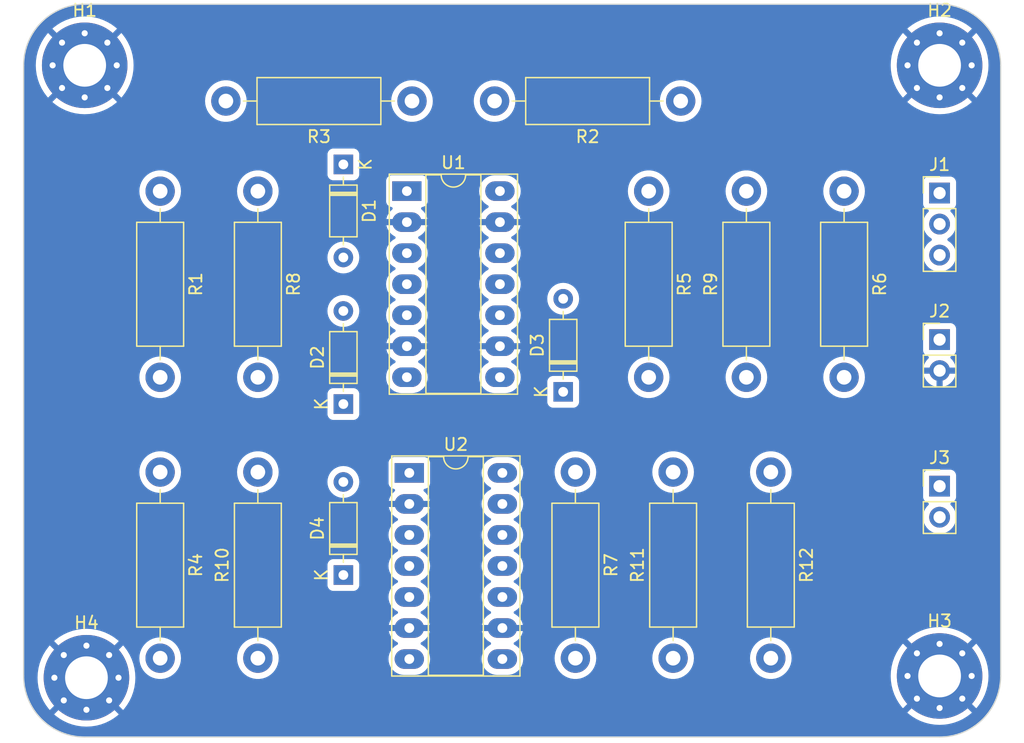
<source format=kicad_pcb>
(kicad_pcb (version 20221018) (generator pcbnew)
  (layers (0 "F.Cu" signal) (31 "B.Cu" signal) (34 "B.Paste" user) (35 "F.Paste" user) (36 "B.SilkS" user "B.Silkscreen") (37 "F.SilkS" user "F.Silkscreen") (38 "B.Mask" user) (39 "F.Mask" user) (44 "Edge.Cuts" user))
  (net 0 "")
  (net 1 "Net-(D1-K)")
  (net 2 "Net-(D1-A)")
  (net 3 "Net-(D2-K)")
  (net 4 "Net-(D2-A)")
  (net 5 "Net-(D3-K)")
  (net 6 "Net-(D3-A)")
  (net 7 "Net-(D4-K)")
  (net 8 "Net-(D4-A)")
  (net 9 "Input 1")
  (net 10 "Input 2")
  (net 11 "Output")
  (net 12 "GND")
  (net 13 "Net-(U2A-+)")
  (net 14 "+3V0")
  (net 15 "Net-(U1D-+)")
  (net 16 "Net-(R11-Pad1)")
  (net 17 "Net-(R8-Pad1)")
  (net 18 "Net-(U2C-+)")
  (net 19 "VCC")
  (net 20 "VDD")
  (footprint "Diode_THT:D_DO-35_SOD27_P7.62mm_Horizontal" (layer "F.Cu") (at 196.18 124.735 90)
    (fp_text reference "D4" (at 3.81 -2.12 90) (layer "F.SilkS"))
    (fp_text value "1N4148")
    (fp_text user "K" (at 0 -1.8 90) (layer "F.SilkS"))
    (fp_line (start 1.04 0) (end 1.69 0) (stroke (width 0.12)) (layer "F.SilkS"))
    (fp_line (start 1.69 -1.12) (end 1.69 1.12) (stroke (width 0.12)) (layer "F.SilkS"))
    (fp_line (start 1.69 1.12) (end 5.93 1.12) (stroke (width 0.12)) (layer "F.SilkS"))
    (fp_line (start 2.29 -1.12) (end 2.29 1.12) (stroke (width 0.12)) (layer "F.SilkS"))
    (fp_line (start 2.41 -1.12) (end 2.41 1.12) (stroke (width 0.12)) (layer "F.SilkS"))
    (fp_line (start 2.53 -1.12) (end 2.53 1.12) (stroke (width 0.12)) (layer "F.SilkS"))
    (fp_line (start 5.93 -1.12) (end 1.69 -1.12) (stroke (width 0.12)) (layer "F.SilkS"))
    (fp_line (start 5.93 1.12) (end 5.93 -1.12) (stroke (width 0.12)) (layer "F.SilkS"))
    (fp_line (start 6.58 0) (end 5.93 0) (stroke (width 0.12)) (layer "F.SilkS"))
    (pad "1" thru_hole rect (at 0 0 90) (size 1.6 1.6) (drill 0.8) (layers "*.Cu" "*.Mask") (net 7 "Net-(D4-K)"))
    (pad "2" thru_hole oval (at 7.62 0 90) (size 1.6 1.6) (drill 0.8) (layers "*.Cu" "*.Mask") (net 8 "Net-(D4-A)"))
  )
  (footprint "Connector_PinHeader_2.54mm:PinHeader_1x03_P2.54mm_Vertical" (layer "F.Cu") (at 245 93.46)
    (fp_text reference "J1" (at 0 -2.33) (layer "F.SilkS"))
    (fp_text value "Conn_01x03_Pin")
    (fp_line (start -1.33 -1.33) (end 0 -1.33) (stroke (width 0.12)) (layer "F.SilkS"))
    (fp_line (start -1.33 0) (end -1.33 -1.33) (stroke (width 0.12)) (layer "F.SilkS"))
    (fp_line (start -1.33 1.27) (end -1.33 6.41) (stroke (width 0.12)) (layer "F.SilkS"))
    (fp_line (start -1.33 1.27) (end 1.33 1.27) (stroke (width 0.12)) (layer "F.SilkS"))
    (fp_line (start -1.33 6.41) (end 1.33 6.41) (stroke (width 0.12)) (layer "F.SilkS"))
    (fp_line (start 1.33 1.27) (end 1.33 6.41) (stroke (width 0.12)) (layer "F.SilkS"))
    (pad "1" thru_hole rect (at 0 0) (size 1.7 1.7) (drill 1) (layers "*.Cu" "*.Mask") (net 9 "Input 1"))
    (pad "2" thru_hole oval (at 0 2.54) (size 1.7 1.7) (drill 1) (layers "*.Cu" "*.Mask") (net 10 "Input 2"))
    (pad "3" thru_hole oval (at 0 5.08) (size 1.7 1.7) (drill 1) (layers "*.Cu" "*.Mask") (net 11 "Output"))
  )
  (footprint "Resistor_THT:R_Axial_DIN0411_L9.9mm_D3.6mm_P15.24mm_Horizontal" (layer "F.Cu") (at 237.18 93.305 -90)
    (fp_text reference "R6" (at 7.62 -2.92 90) (layer "F.SilkS"))
    (fp_text value "R_Small")
    (fp_line (start 1.44 0) (end 2.55 0) (stroke (width 0.12)) (layer "F.SilkS"))
    (fp_line (start 2.55 -1.92) (end 2.55 1.92) (stroke (width 0.12)) (layer "F.SilkS"))
    (fp_line (start 2.55 1.92) (end 12.69 1.92) (stroke (width 0.12)) (layer "F.SilkS"))
    (fp_line (start 12.69 -1.92) (end 2.55 -1.92) (stroke (width 0.12)) (layer "F.SilkS"))
    (fp_line (start 12.69 1.92) (end 12.69 -1.92) (stroke (width 0.12)) (layer "F.SilkS"))
    (fp_line (start 13.8 0) (end 12.69 0) (stroke (width 0.12)) (layer "F.SilkS"))
    (pad "1" thru_hole circle (at 0 0 270) (size 2.4 2.4) (drill 1.2) (layers "*.Cu" "*.Mask") (net 5 "Net-(D3-K)"))
    (pad "2" thru_hole oval (at 15.24 0 270) (size 2.4 2.4) (drill 1.2) (layers "*.Cu" "*.Mask") (net 15 "Net-(U1D-+)"))
  )
  (footprint "Diode_THT:D_DO-35_SOD27_P7.62mm_Horizontal" (layer "F.Cu") (at 214.18 109.735 90)
    (fp_text reference "D3" (at 3.81 -2.12 90) (layer "F.SilkS"))
    (fp_text value "1N4148")
    (fp_text user "K" (at 0 -1.8 90) (layer "F.SilkS"))
    (fp_line (start 1.04 0) (end 1.69 0) (stroke (width 0.12)) (layer "F.SilkS"))
    (fp_line (start 1.69 -1.12) (end 1.69 1.12) (stroke (width 0.12)) (layer "F.SilkS"))
    (fp_line (start 1.69 1.12) (end 5.93 1.12) (stroke (width 0.12)) (layer "F.SilkS"))
    (fp_line (start 2.29 -1.12) (end 2.29 1.12) (stroke (width 0.12)) (layer "F.SilkS"))
    (fp_line (start 2.41 -1.12) (end 2.41 1.12) (stroke (width 0.12)) (layer "F.SilkS"))
    (fp_line (start 2.53 -1.12) (end 2.53 1.12) (stroke (width 0.12)) (layer "F.SilkS"))
    (fp_line (start 5.93 -1.12) (end 1.69 -1.12) (stroke (width 0.12)) (layer "F.SilkS"))
    (fp_line (start 5.93 1.12) (end 5.93 -1.12) (stroke (width 0.12)) (layer "F.SilkS"))
    (fp_line (start 6.58 0) (end 5.93 0) (stroke (width 0.12)) (layer "F.SilkS"))
    (pad "1" thru_hole rect (at 0 0 90) (size 1.6 1.6) (drill 0.8) (layers "*.Cu" "*.Mask") (net 5 "Net-(D3-K)"))
    (pad "2" thru_hole oval (at 7.62 0 90) (size 1.6 1.6) (drill 0.8) (layers "*.Cu" "*.Mask") (net 6 "Net-(D3-A)"))
  )
  (footprint "Resistor_THT:R_Axial_DIN0411_L9.9mm_D3.6mm_P15.24mm_Horizontal" (layer "F.Cu") (at 189.18 131.545 90)
    (fp_text reference "R10" (at 7.62 -2.92 90) (layer "F.SilkS"))
    (fp_text value "R_Small")
    (fp_line (start 1.44 0) (end 2.55 0) (stroke (width 0.12)) (layer "F.SilkS"))
    (fp_line (start 2.55 -1.92) (end 2.55 1.92) (stroke (width 0.12)) (layer "F.SilkS"))
    (fp_line (start 2.55 1.92) (end 12.69 1.92) (stroke (width 0.12)) (layer "F.SilkS"))
    (fp_line (start 12.69 -1.92) (end 2.55 -1.92) (stroke (width 0.12)) (layer "F.SilkS"))
    (fp_line (start 12.69 1.92) (end 12.69 -1.92) (stroke (width 0.12)) (layer "F.SilkS"))
    (fp_line (start 13.8 0) (end 12.69 0) (stroke (width 0.12)) (layer "F.SilkS"))
    (pad "1" thru_hole circle (at 0 0 90) (size 2.4 2.4) (drill 1.2) (layers "*.Cu" "*.Mask") (net 13 "Net-(U2A-+)"))
    (pad "2" thru_hole oval (at 15.24 0 90) (size 2.4 2.4) (drill 1.2) (layers "*.Cu" "*.Mask") (net 8 "Net-(D4-A)"))
  )
  (footprint "Package_DIP:DIP-14_W7.62mm_Socket_LongPads" (layer "F.Cu") (at 201.38 93.3)
    (fp_text reference "U1" (at 3.81 -2.33) (layer "F.SilkS"))
    (fp_text value "TL084")
    (fp_line (start -1.44 -1.39) (end -1.44 16.63) (stroke (width 0.12)) (layer "F.SilkS"))
    (fp_line (start -1.44 16.63) (end 9.06 16.63) (stroke (width 0.12)) (layer "F.SilkS"))
    (fp_line (start 1.56 -1.33) (end 1.56 16.57) (stroke (width 0.12)) (layer "F.SilkS"))
    (fp_line (start 1.56 16.57) (end 6.06 16.57) (stroke (width 0.12)) (layer "F.SilkS"))
    (fp_line (start 2.81 -1.33) (end 1.56 -1.33) (stroke (width 0.12)) (layer "F.SilkS"))
    (fp_line (start 6.06 -1.33) (end 4.81 -1.33) (stroke (width 0.12)) (layer "F.SilkS"))
    (fp_line (start 6.06 16.57) (end 6.06 -1.33) (stroke (width 0.12)) (layer "F.SilkS"))
    (fp_line (start 9.06 -1.39) (end -1.44 -1.39) (stroke (width 0.12)) (layer "F.SilkS"))
    (fp_line (start 9.06 16.63) (end 9.06 -1.39) (stroke (width 0.12)) (layer "F.SilkS"))
    (fp_arc (start 4.81 -1.33) (mid 3.81 -0.33) (end 2.81 -1.33) (stroke (width 0.12)) (layer "F.SilkS"))
    (pad "1" thru_hole rect (at 0 0) (size 2.4 1.6) (drill 0.8) (layers "*.Cu" "*.Mask") (net 1 "Net-(D1-K)"))
    (pad "2" thru_hole oval (at 0 2.54) (size 2.4 1.6) (drill 0.8) (layers "*.Cu" "*.Mask") (net 12 "GND"))
    (pad "3" thru_hole oval (at 0 5.08) (size 2.4 1.6) (drill 0.8) (layers "*.Cu" "*.Mask") (net 2 "Net-(D1-A)"))
    (pad "4" thru_hole oval (at 0 7.62) (size 2.4 1.6) (drill 0.8) (layers "*.Cu" "*.Mask") (net 19 "VCC"))
    (pad "5" thru_hole oval (at 0 10.16) (size 2.4 1.6) (drill 0.8) (layers "*.Cu" "*.Mask") (net 4 "Net-(D2-A)"))
    (pad "6" thru_hole oval (at 0 12.7) (size 2.4 1.6) (drill 0.8) (layers "*.Cu" "*.Mask") (net 12 "GND"))
    (pad "7" thru_hole oval (at 0 15.24) (size 2.4 1.6) (drill 0.8) (layers "*.Cu" "*.Mask") (net 3 "Net-(D2-K)"))
    (pad "8" thru_hole oval (at 7.62 15.24) (size 2.4 1.6) (drill 0.8) (layers "*.Cu" "*.Mask") (net 5 "Net-(D3-K)"))
    (pad "9" thru_hole oval (at 7.62 12.7) (size 2.4 1.6) (drill 0.8) (layers "*.Cu" "*.Mask") (net 12 "GND"))
    (pad "10" thru_hole oval (at 7.62 10.16) (size 2.4 1.6) (drill 0.8) (layers "*.Cu" "*.Mask") (net 6 "Net-(D3-A)"))
    (pad "11" thru_hole oval (at 7.62 7.62) (size 2.4 1.6) (drill 0.8) (layers "*.Cu" "*.Mask") (net 20 "VDD"))
    (pad "12" thru_hole oval (at 7.62 5.08) (size 2.4 1.6) (drill 0.8) (layers "*.Cu" "*.Mask") (net 15 "Net-(U1D-+)"))
    (pad "13" thru_hole oval (at 7.62 2.54) (size 2.4 1.6) (drill 0.8) (layers "*.Cu" "*.Mask") (net 12 "GND"))
    (pad "14" thru_hole oval (at 7.62 0) (size 2.4 1.6) (drill 0.8) (layers "*.Cu" "*.Mask") (net 17 "Net-(R8-Pad1)"))
  )
  (footprint "Resistor_THT:R_Axial_DIN0411_L9.9mm_D3.6mm_P15.24mm_Horizontal" (layer "F.Cu") (at 215.18 116.305 -90)
    (fp_text reference "R7" (at 7.62 -2.92 90) (layer "F.SilkS"))
    (fp_text value "R_Small")
    (fp_line (start 1.44 0) (end 2.55 0) (stroke (width 0.12)) (layer "F.SilkS"))
    (fp_line (start 2.55 -1.92) (end 2.55 1.92) (stroke (width 0.12)) (layer "F.SilkS"))
    (fp_line (start 2.55 1.92) (end 12.69 1.92) (stroke (width 0.12)) (layer "F.SilkS"))
    (fp_line (start 12.69 -1.92) (end 2.55 -1.92) (stroke (width 0.12)) (layer "F.SilkS"))
    (fp_line (start 12.69 1.92) (end 12.69 -1.92) (stroke (width 0.12)) (layer "F.SilkS"))
    (fp_line (start 13.8 0) (end 12.69 0) (stroke (width 0.12)) (layer "F.SilkS"))
    (pad "1" thru_hole circle (at 0 0 270) (size 2.4 2.4) (drill 1.2) (layers "*.Cu" "*.Mask") (net 7 "Net-(D4-K)"))
    (pad "2" thru_hole oval (at 15.24 0 270) (size 2.4 2.4) (drill 1.2) (layers "*.Cu" "*.Mask") (net 16 "Net-(R11-Pad1)"))
  )
  (footprint "Resistor_THT:R_Axial_DIN0411_L9.9mm_D3.6mm_P15.24mm_Horizontal" (layer "F.Cu") (at 181.18 116.305 -90)
    (fp_text reference "R4" (at 7.62 -2.92 -90) (layer "F.SilkS"))
    (fp_text value "R_Small")
    (fp_line (start 1.44 0) (end 2.55 0) (stroke (width 0.12)) (layer "F.SilkS"))
    (fp_line (start 2.55 -1.92) (end 2.55 1.92) (stroke (width 0.12)) (layer "F.SilkS"))
    (fp_line (start 2.55 1.92) (end 12.69 1.92) (stroke (width 0.12)) (layer "F.SilkS"))
    (fp_line (start 12.69 -1.92) (end 2.55 -1.92) (stroke (width 0.12)) (layer "F.SilkS"))
    (fp_line (start 12.69 1.92) (end 12.69 -1.92) (stroke (width 0.12)) (layer "F.SilkS"))
    (fp_line (start 13.8 0) (end 12.69 0) (stroke (width 0.12)) (layer "F.SilkS"))
    (pad "1" thru_hole circle (at 0 0 270) (size 2.4 2.4) (drill 1.2) (layers "*.Cu" "*.Mask") (net 3 "Net-(D2-K)"))
    (pad "2" thru_hole oval (at 15.24 0 270) (size 2.4 2.4) (drill 1.2) (layers "*.Cu" "*.Mask") (net 13 "Net-(U2A-+)"))
  )
  (footprint "MountingHole:MountingHole_3.5mm_Pad_Via" (layer "F.Cu") (at 245 133)
    (fp_text reference "H3" (at 0 -4.5) (layer "F.SilkS"))
    (fp_text value "MountingHole_Pad")
    (pad "1" thru_hole circle (at -2.625 0) (size 0.8 0.8) (drill 0.5) (layers "*.Cu" "*.Mask") (net 12 "GND"))
    (pad "1" thru_hole circle (at -1.856155 -1.856155) (size 0.8 0.8) (drill 0.5) (layers "*.Cu" "*.Mask") (net 12 "GND"))
    (pad "1" thru_hole circle (at -1.856155 1.856155) (size 0.8 0.8) (drill 0.5) (layers "*.Cu" "*.Mask") (net 12 "GND"))
    (pad "1" thru_hole circle (at 0 -2.625) (size 0.8 0.8) (drill 0.5) (layers "*.Cu" "*.Mask") (net 12 "GND"))
    (pad "1" thru_hole circle (at 0 0) (size 7 7) (drill 3.5) (layers "*.Cu" "*.Mask") (net 12 "GND"))
    (pad "1" thru_hole circle (at 0 2.625) (size 0.8 0.8) (drill 0.5) (layers "*.Cu" "*.Mask") (net 12 "GND"))
    (pad "1" thru_hole circle (at 1.856155 -1.856155) (size 0.8 0.8) (drill 0.5) (layers "*.Cu" "*.Mask") (net 12 "GND"))
    (pad "1" thru_hole circle (at 1.856155 1.856155) (size 0.8 0.8) (drill 0.5) (layers "*.Cu" "*.Mask") (net 12 "GND"))
    (pad "1" thru_hole circle (at 2.625 0) (size 0.8 0.8) (drill 0.5) (layers "*.Cu" "*.Mask") (net 12 "GND"))
  )
  (footprint "Diode_THT:D_DO-35_SOD27_P7.62mm_Horizontal" (layer "F.Cu") (at 196.18 110.735 90)
    (fp_text reference "D2" (at 3.81 -2.12 90) (layer "F.SilkS"))
    (fp_text value "1N4148")
    (fp_text user "K" (at 0 -1.8 90) (layer "F.SilkS"))
    (fp_line (start 1.04 0) (end 1.69 0) (stroke (width 0.12)) (layer "F.SilkS"))
    (fp_line (start 1.69 -1.12) (end 1.69 1.12) (stroke (width 0.12)) (layer "F.SilkS"))
    (fp_line (start 1.69 1.12) (end 5.93 1.12) (stroke (width 0.12)) (layer "F.SilkS"))
    (fp_line (start 2.29 -1.12) (end 2.29 1.12) (stroke (width 0.12)) (layer "F.SilkS"))
    (fp_line (start 2.41 -1.12) (end 2.41 1.12) (stroke (width 0.12)) (layer "F.SilkS"))
    (fp_line (start 2.53 -1.12) (end 2.53 1.12) (stroke (width 0.12)) (layer "F.SilkS"))
    (fp_line (start 5.93 -1.12) (end 1.69 -1.12) (stroke (width 0.12)) (layer "F.SilkS"))
    (fp_line (start 5.93 1.12) (end 5.93 -1.12) (stroke (width 0.12)) (layer "F.SilkS"))
    (fp_line (start 6.58 0) (end 5.93 0) (stroke (width 0.12)) (layer "F.SilkS"))
    (pad "1" thru_hole rect (at 0 0 90) (size 1.6 1.6) (drill 0.8) (layers "*.Cu" "*.Mask") (net 3 "Net-(D2-K)"))
    (pad "2" thru_hole oval (at 7.62 0 90) (size 1.6 1.6) (drill 0.8) (layers "*.Cu" "*.Mask") (net 4 "Net-(D2-A)"))
  )
  (footprint "Resistor_THT:R_Axial_DIN0411_L9.9mm_D3.6mm_P15.24mm_Horizontal" (layer "F.Cu") (at 229.18 108.545 90)
    (fp_text reference "R9" (at 7.62 -2.92 90) (layer "F.SilkS"))
    (fp_text value "R_Small")
    (fp_line (start 1.44 0) (end 2.55 0) (stroke (width 0.12)) (layer "F.SilkS"))
    (fp_line (start 2.55 -1.92) (end 2.55 1.92) (stroke (width 0.12)) (layer "F.SilkS"))
    (fp_line (start 2.55 1.92) (end 12.69 1.92) (stroke (width 0.12)) (layer "F.SilkS"))
    (fp_line (start 12.69 -1.92) (end 2.55 -1.92) (stroke (width 0.12)) (layer "F.SilkS"))
    (fp_line (start 12.69 1.92) (end 12.69 -1.92) (stroke (width 0.12)) (layer "F.SilkS"))
    (fp_line (start 13.8 0) (end 12.69 0) (stroke (width 0.12)) (layer "F.SilkS"))
    (pad "1" thru_hole circle (at 0 0 90) (size 2.4 2.4) (drill 1.2) (layers "*.Cu" "*.Mask") (net 15 "Net-(U1D-+)"))
    (pad "2" thru_hole oval (at 15.24 0 90) (size 2.4 2.4) (drill 1.2) (layers "*.Cu" "*.Mask") (net 17 "Net-(R8-Pad1)"))
  )
  (footprint "MountingHole:MountingHole_3.5mm_Pad_Via" (layer "F.Cu") (at 245 83)
    (fp_text reference "H2" (at 0 -4.5) (layer "F.SilkS"))
    (fp_text value "MountingHole_Pad")
    (pad "1" thru_hole circle (at -2.625 0) (size 0.8 0.8) (drill 0.5) (layers "*.Cu" "*.Mask") (net 12 "GND"))
    (pad "1" thru_hole circle (at -1.856155 -1.856155) (size 0.8 0.8) (drill 0.5) (layers "*.Cu" "*.Mask") (net 12 "GND"))
    (pad "1" thru_hole circle (at -1.856155 1.856155) (size 0.8 0.8) (drill 0.5) (layers "*.Cu" "*.Mask") (net 12 "GND"))
    (pad "1" thru_hole circle (at 0 -2.625) (size 0.8 0.8) (drill 0.5) (layers "*.Cu" "*.Mask") (net 12 "GND"))
    (pad "1" thru_hole circle (at 0 0) (size 7 7) (drill 3.5) (layers "*.Cu" "*.Mask") (net 12 "GND"))
    (pad "1" thru_hole circle (at 0 2.625) (size 0.8 0.8) (drill 0.5) (layers "*.Cu" "*.Mask") (net 12 "GND"))
    (pad "1" thru_hole circle (at 1.856155 -1.856155) (size 0.8 0.8) (drill 0.5) (layers "*.Cu" "*.Mask") (net 12 "GND"))
    (pad "1" thru_hole circle (at 1.856155 1.856155) (size 0.8 0.8) (drill 0.5) (layers "*.Cu" "*.Mask") (net 12 "GND"))
    (pad "1" thru_hole circle (at 2.625 0) (size 0.8 0.8) (drill 0.5) (layers "*.Cu" "*.Mask") (net 12 "GND"))
  )
  (footprint "Resistor_THT:R_Axial_DIN0411_L9.9mm_D3.6mm_P15.24mm_Horizontal" (layer "F.Cu") (at 223.8 85.925 180)
    (fp_text reference "R2" (at 7.62 -2.92 180) (layer "F.SilkS"))
    (fp_text value "R_Small")
    (fp_line (start 1.44 0) (end 2.55 0) (stroke (width 0.12)) (layer "F.SilkS"))
    (fp_line (start 2.55 -1.92) (end 2.55 1.92) (stroke (width 0.12)) (layer "F.SilkS"))
    (fp_line (start 2.55 1.92) (end 12.69 1.92) (stroke (width 0.12)) (layer "F.SilkS"))
    (fp_line (start 12.69 -1.92) (end 2.55 -1.92) (stroke (width 0.12)) (layer "F.SilkS"))
    (fp_line (start 12.69 1.92) (end 12.69 -1.92) (stroke (width 0.12)) (layer "F.SilkS"))
    (fp_line (start 13.8 0) (end 12.69 0) (stroke (width 0.12)) (layer "F.SilkS"))
    (pad "1" thru_hole circle (at 0 0 180) (size 2.4 2.4) (drill 1.2) (layers "*.Cu" "*.Mask") (net 9 "Input 1"))
    (pad "2" thru_hole oval (at 15.24 0 180) (size 2.4 2.4) (drill 1.2) (layers "*.Cu" "*.Mask") (net 2 "Net-(D1-A)"))
  )
  (footprint "Package_DIP:DIP-14_W7.62mm_Socket_LongPads" (layer "F.Cu") (at 201.58 116.375)
    (fp_text reference "U2" (at 3.81 -2.33) (layer "F.SilkS"))
    (fp_text value "TL084")
    (fp_line (start -1.44 -1.39) (end -1.44 16.63) (stroke (width 0.12)) (layer "F.SilkS"))
    (fp_line (start -1.44 16.63) (end 9.06 16.63) (stroke (width 0.12)) (layer "F.SilkS"))
    (fp_line (start 1.56 -1.33) (end 1.56 16.57) (stroke (width 0.12)) (layer "F.SilkS"))
    (fp_line (start 1.56 16.57) (end 6.06 16.57) (stroke (width 0.12)) (layer "F.SilkS"))
    (fp_line (start 2.81 -1.33) (end 1.56 -1.33) (stroke (width 0.12)) (layer "F.SilkS"))
    (fp_line (start 6.06 -1.33) (end 4.81 -1.33) (stroke (width 0.12)) (layer "F.SilkS"))
    (fp_line (start 6.06 16.57) (end 6.06 -1.33) (stroke (width 0.12)) (layer "F.SilkS"))
    (fp_line (start 9.06 -1.39) (end -1.44 -1.39) (stroke (width 0.12)) (layer "F.SilkS"))
    (fp_line (start 9.06 16.63) (end 9.06 -1.39) (stroke (width 0.12)) (layer "F.SilkS"))
    (fp_arc (start 4.81 -1.33) (mid 3.81 -0.33) (end 2.81 -1.33) (stroke (width 0.12)) (layer "F.SilkS"))
    (pad "1" thru_hole rect (at 0 0) (size 2.4 1.6) (drill 0.8) (layers "*.Cu" "*.Mask") (net 8 "Net-(D4-A)"))
    (pad "2" thru_hole oval (at 0 2.54) (size 2.4 1.6) (drill 0.8) (layers "*.Cu" "*.Mask") (net 12 "GND"))
    (pad "3" thru_hole oval (at 0 5.08) (size 2.4 1.6) (drill 0.8) (layers "*.Cu" "*.Mask") (net 13 "Net-(U2A-+)"))
    (pad "4" thru_hole oval (at 0 7.62) (size 2.4 1.6) (drill 0.8) (layers "*.Cu" "*.Mask") (net 19 "VCC"))
    (pad "5" thru_hole oval (at 0 10.16) (size 2.4 1.6) (drill 0.8) (layers "*.Cu" "*.Mask") (net 7 "Net-(D4-K)"))
    (pad "6" thru_hole oval (at 0 12.7) (size 2.4 1.6) (drill 0.8) (layers "*.Cu" "*.Mask") (net 12 "GND"))
    (pad "7" thru_hole oval (at 0 15.24) (size 2.4 1.6) (drill 0.8) (layers "*.Cu" "*.Mask") (net 16 "Net-(R11-Pad1)"))
    (pad "8" thru_hole oval (at 7.62 15.24) (size 2.4 1.6) (drill 0.8) (layers "*.Cu" "*.Mask") (net 11 "Output"))
    (pad "9" thru_hole oval (at 7.62 12.7) (size 2.4 1.6) (drill 0.8) (layers "*.Cu" "*.Mask") (net 12 "GND"))
    (pad "10" thru_hole oval (at 7.62 10.16) (size 2.4 1.6) (drill 0.8) (layers "*.Cu" "*.Mask") (net 18 "Net-(U2C-+)"))
    (pad "11" thru_hole oval (at 7.62 7.62) (size 2.4 1.6) (drill 0.8) (layers "*.Cu" "*.Mask") (net 20 "VDD"))
    (pad "12" thru_hole oval (at 7.62 5.08) (size 2.4 1.6) (drill 0.8) (layers "*.Cu" "*.Mask"))
    (pad "13" thru_hole oval (at 7.62 2.54) (size 2.4 1.6) (drill 0.8) (layers "*.Cu" "*.Mask"))
    (pad "14" thru_hole oval (at 7.62 0) (size 2.4 1.6) (drill 0.8) (layers "*.Cu" "*.Mask"))
  )
  (footprint "Resistor_THT:R_Axial_DIN0411_L9.9mm_D3.6mm_P15.24mm_Horizontal" (layer "F.Cu") (at 201.8 85.925 180)
    (fp_text reference "R3" (at 7.62 -2.92 180) (layer "F.SilkS"))
    (fp_text value "R_Small")
    (fp_line (start 1.44 0) (end 2.55 0) (stroke (width 0.12)) (layer "F.SilkS"))
    (fp_line (start 2.55 -1.92) (end 2.55 1.92) (stroke (width 0.12)) (layer "F.SilkS"))
    (fp_line (start 2.55 1.92) (end 12.69 1.92) (stroke (width 0.12)) (layer "F.SilkS"))
    (fp_line (start 12.69 -1.92) (end 2.55 -1.92) (stroke (width 0.12)) (layer "F.SilkS"))
    (fp_line (start 12.69 1.92) (end 12.69 -1.92) (stroke (width 0.12)) (layer "F.SilkS"))
    (fp_line (start 13.8 0) (end 12.69 0) (stroke (width 0.12)) (layer "F.SilkS"))
    (pad "1" thru_hole circle (at 0 0 180) (size 2.4 2.4) (drill 1.2) (layers "*.Cu" "*.Mask") (net 10 "Input 2"))
    (pad "2" thru_hole oval (at 15.24 0 180) (size 2.4 2.4) (drill 1.2) (layers "*.Cu" "*.Mask") (net 4 "Net-(D2-A)"))
  )
  (footprint "Resistor_THT:R_Axial_DIN0411_L9.9mm_D3.6mm_P15.24mm_Horizontal" (layer "F.Cu") (at 189.18 93.305 -90)
    (fp_text reference "R8" (at 7.62 -2.92 90) (layer "F.SilkS"))
    (fp_text value "R_Small")
    (fp_line (start 1.44 0) (end 2.55 0) (stroke (width 0.12)) (layer "F.SilkS"))
    (fp_line (start 2.55 -1.92) (end 2.55 1.92) (stroke (width 0.12)) (layer "F.SilkS"))
    (fp_line (start 2.55 1.92) (end 12.69 1.92) (stroke (width 0.12)) (layer "F.SilkS"))
    (fp_line (start 12.69 -1.92) (end 2.55 -1.92) (stroke (width 0.12)) (layer "F.SilkS"))
    (fp_line (start 12.69 1.92) (end 12.69 -1.92) (stroke (width 0.12)) (layer "F.SilkS"))
    (fp_line (start 13.8 0) (end 12.69 0) (stroke (width 0.12)) (layer "F.SilkS"))
    (pad "1" thru_hole circle (at 0 0 270) (size 2.4 2.4) (drill 1.2) (layers "*.Cu" "*.Mask") (net 17 "Net-(R8-Pad1)"))
    (pad "2" thru_hole oval (at 15.24 0 270) (size 2.4 2.4) (drill 1.2) (layers "*.Cu" "*.Mask") (net 13 "Net-(U2A-+)"))
  )
  (footprint "Resistor_THT:R_Axial_DIN0411_L9.9mm_D3.6mm_P15.24mm_Horizontal" (layer "F.Cu") (at 221.18 93.305 -90)
    (fp_text reference "R5" (at 7.62 -2.92 -90) (layer "F.SilkS"))
    (fp_text value "R_Small")
    (fp_line (start 1.44 0) (end 2.55 0) (stroke (width 0.12)) (layer "F.SilkS"))
    (fp_line (start 2.55 -1.92) (end 2.55 1.92) (stroke (width 0.12)) (layer "F.SilkS"))
    (fp_line (start 2.55 1.92) (end 12.69 1.92) (stroke (width 0.12)) (layer "F.SilkS"))
    (fp_line (start 12.69 -1.92) (end 2.55 -1.92) (stroke (width 0.12)) (layer "F.SilkS"))
    (fp_line (start 12.69 1.92) (end 12.69 -1.92) (stroke (width 0.12)) (layer "F.SilkS"))
    (fp_line (start 13.8 0) (end 12.69 0) (stroke (width 0.12)) (layer "F.SilkS"))
    (pad "1" thru_hole circle (at 0 0 270) (size 2.4 2.4) (drill 1.2) (layers "*.Cu" "*.Mask") (net 14 "+3V0"))
    (pad "2" thru_hole oval (at 15.24 0 270) (size 2.4 2.4) (drill 1.2) (layers "*.Cu" "*.Mask") (net 6 "Net-(D3-A)"))
  )
  (footprint "Connector_PinHeader_2.54mm:PinHeader_1x02_P2.54mm_Vertical" (layer "F.Cu") (at 245 105.46)
    (fp_text reference "J2" (at 0 -2.33) (layer "F.SilkS"))
    (fp_text value "Conn_01x02_Pin")
    (fp_line (start -1.33 -1.33) (end 0 -1.33) (stroke (width 0.12)) (layer "F.SilkS"))
    (fp_line (start -1.33 0) (end -1.33 -1.33) (stroke (width 0.12)) (layer "F.SilkS"))
    (fp_line (start -1.33 1.27) (end -1.33 3.87) (stroke (width 0.12)) (layer "F.SilkS"))
    (fp_line (start -1.33 1.27) (end 1.33 1.27) (stroke (width 0.12)) (layer "F.SilkS"))
    (fp_line (start -1.33 3.87) (end 1.33 3.87) (stroke (width 0.12)) (layer "F.SilkS"))
    (fp_line (start 1.33 1.27) (end 1.33 3.87) (stroke (width 0.12)) (layer "F.SilkS"))
    (pad "1" thru_hole rect (at 0 0) (size 1.7 1.7) (drill 1) (layers "*.Cu" "*.Mask") (net 14 "+3V0"))
    (pad "2" thru_hole oval (at 0 2.54) (size 1.7 1.7) (drill 1) (layers "*.Cu" "*.Mask") (net 12 "GND"))
  )
  (footprint "MountingHole:MountingHole_3.5mm_Pad_Via" (layer "F.Cu") (at 175.143845 133.143845)
    (fp_text reference "H4" (at 0 -4.5) (layer "F.SilkS"))
    (fp_text value "MountingHole_Pad")
    (pad "1" thru_hole circle (at -2.625 0) (size 0.8 0.8) (drill 0.5) (layers "*.Cu" "*.Mask") (net 12 "GND"))
    (pad "1" thru_hole circle (at -1.856155 -1.856155) (size 0.8 0.8) (drill 0.5) (layers "*.Cu" "*.Mask") (net 12 "GND"))
    (pad "1" thru_hole circle (at -1.856155 1.856155) (size 0.8 0.8) (drill 0.5) (layers "*.Cu" "*.Mask") (net 12 "GND"))
    (pad "1" thru_hole circle (at 0 -2.625) (size 0.8 0.8) (drill 0.5) (layers "*.Cu" "*.Mask") (net 12 "GND"))
    (pad "1" thru_hole circle (at 0 0) (size 7 7) (drill 3.5) (layers "*.Cu" "*.Mask") (net 12 "GND"))
    (pad "1" thru_hole circle (at 0 2.625) (size 0.8 0.8) (drill 0.5) (layers "*.Cu" "*.Mask") (net 12 "GND"))
    (pad "1" thru_hole circle (at 1.856155 -1.856155) (size 0.8 0.8) (drill 0.5) (layers "*.Cu" "*.Mask") (net 12 "GND"))
    (pad "1" thru_hole circle (at 1.856155 1.856155) (size 0.8 0.8) (drill 0.5) (layers "*.Cu" "*.Mask") (net 12 "GND"))
    (pad "1" thru_hole circle (at 2.625 0) (size 0.8 0.8) (drill 0.5) (layers "*.Cu" "*.Mask") (net 12 "GND"))
  )
  (footprint "Resistor_THT:R_Axial_DIN0411_L9.9mm_D3.6mm_P15.24mm_Horizontal" (layer "F.Cu") (at 223.18 131.545 90)
    (fp_text reference "R11" (at 7.62 -2.92 90) (layer "F.SilkS"))
    (fp_text value "R_Small")
    (fp_line (start 1.44 0) (end 2.55 0) (stroke (width 0.12)) (layer "F.SilkS"))
    (fp_line (start 2.55 -1.92) (end 2.55 1.92) (stroke (width 0.12)) (layer "F.SilkS"))
    (fp_line (start 2.55 1.92) (end 12.69 1.92) (stroke (width 0.12)) (layer "F.SilkS"))
    (fp_line (start 12.69 -1.92) (end 2.55 -1.92) (stroke (width 0.12)) (layer "F.SilkS"))
    (fp_line (start 12.69 1.92) (end 12.69 -1.92) (stroke (width 0.12)) (layer "F.SilkS"))
    (fp_line (start 13.8 0) (end 12.69 0) (stroke (width 0.12)) (layer "F.SilkS"))
    (pad "1" thru_hole circle (at 0 0 90) (size 2.4 2.4) (drill 1.2) (layers "*.Cu" "*.Mask") (net 16 "Net-(R11-Pad1)"))
    (pad "2" thru_hole oval (at 15.24 0 90) (size 2.4 2.4) (drill 1.2) (layers "*.Cu" "*.Mask") (net 18 "Net-(U2C-+)"))
  )
  (footprint "Diode_THT:D_DO-35_SOD27_P7.62mm_Horizontal" (layer "F.Cu") (at 196.18 91.115 -90)
    (fp_text reference "D1" (at 3.81 -2.12 90) (layer "F.SilkS"))
    (fp_text value "1N4148")
    (fp_text user "K" (at 0 -1.8 90) (layer "F.SilkS"))
    (fp_line (start 1.04 0) (end 1.69 0) (stroke (width 0.12)) (layer "F.SilkS"))
    (fp_line (start 1.69 -1.12) (end 1.69 1.12) (stroke (width 0.12)) (layer "F.SilkS"))
    (fp_line (start 1.69 1.12) (end 5.93 1.12) (stroke (width 0.12)) (layer "F.SilkS"))
    (fp_line (start 2.29 -1.12) (end 2.29 1.12) (stroke (width 0.12)) (layer "F.SilkS"))
    (fp_line (start 2.41 -1.12) (end 2.41 1.12) (stroke (width 0.12)) (layer "F.SilkS"))
    (fp_line (start 2.53 -1.12) (end 2.53 1.12) (stroke (width 0.12)) (layer "F.SilkS"))
    (fp_line (start 5.93 -1.12) (end 1.69 -1.12) (stroke (width 0.12)) (layer "F.SilkS"))
    (fp_line (start 5.93 1.12) (end 5.93 -1.12) (stroke (width 0.12)) (layer "F.SilkS"))
    (fp_line (start 6.58 0) (end 5.93 0) (stroke (width 0.12)) (layer "F.SilkS"))
    (pad "1" thru_hole rect (at 0 0 270) (size 1.6 1.6) (drill 0.8) (layers "*.Cu" "*.Mask") (net 1 "Net-(D1-K)"))
    (pad "2" thru_hole oval (at 7.62 0 270) (size 1.6 1.6) (drill 0.8) (layers "*.Cu" "*.Mask") (net 2 "Net-(D1-A)"))
  )
  (footprint "Resistor_THT:R_Axial_DIN0411_L9.9mm_D3.6mm_P15.24mm_Horizontal" (layer "F.Cu") (at 181.18 93.305 -90)
    (fp_text reference "R1" (at 7.62 -2.92 -90) (layer "F.SilkS"))
    (fp_text value "R_Small")
    (fp_line (start 1.44 0) (end 2.55 0) (stroke (width 0.12)) (layer "F.SilkS"))
    (fp_line (start 2.55 -1.92) (end 2.55 1.92) (stroke (width 0.12)) (layer "F.SilkS"))
    (fp_line (start 2.55 1.92) (end 12.69 1.92) (stroke (width 0.12)) (layer "F.SilkS"))
    (fp_line (start 12.69 -1.92) (end 2.55 -1.92) (stroke (width 0.12)) (layer "F.SilkS"))
    (fp_line (start 12.69 1.92) (end 12.69 -1.92) (stroke (width 0.12)) (layer "F.SilkS"))
    (fp_line (start 13.8 0) (end 12.69 0) (stroke (width 0.12)) (layer "F.SilkS"))
    (pad "1" thru_hole circle (at 0 0 270) (size 2.4 2.4) (drill 1.2) (layers "*.Cu" "*.Mask") (net 1 "Net-(D1-K)"))
    (pad "2" thru_hole oval (at 15.24 0 270) (size 2.4 2.4) (drill 1.2) (layers "*.Cu" "*.Mask") (net 13 "Net-(U2A-+)"))
  )
  (footprint "Resistor_THT:R_Axial_DIN0411_L9.9mm_D3.6mm_P15.24mm_Horizontal" (layer "F.Cu") (at 231.18 116.305 -90)
    (fp_text reference "R12" (at 7.62 -2.92 90) (layer "F.SilkS"))
    (fp_text value "R_Small")
    (fp_line (start 1.44 0) (end 2.55 0) (stroke (width 0.12)) (layer "F.SilkS"))
    (fp_line (start 2.55 -1.92) (end 2.55 1.92) (stroke (width 0.12)) (layer "F.SilkS"))
    (fp_line (start 2.55 1.92) (end 12.69 1.92) (stroke (width 0.12)) (layer "F.SilkS"))
    (fp_line (start 12.69 -1.92) (end 2.55 -1.92) (stroke (width 0.12)) (layer "F.SilkS"))
    (fp_line (start 12.69 1.92) (end 12.69 -1.92) (stroke (width 0.12)) (layer "F.SilkS"))
    (fp_line (start 13.8 0) (end 12.69 0) (stroke (width 0.12)) (layer "F.SilkS"))
    (pad "1" thru_hole circle (at 0 0 270) (size 2.4 2.4) (drill 1.2) (layers "*.Cu" "*.Mask") (net 18 "Net-(U2C-+)"))
    (pad "2" thru_hole oval (at 15.24 0 270) (size 2.4 2.4) (drill 1.2) (layers "*.Cu" "*.Mask") (net 11 "Output"))
  )
  (footprint "Connector_PinHeader_2.54mm:PinHeader_1x02_P2.54mm_Vertical" (layer "F.Cu") (at 245 117.46)
    (fp_text reference "J3" (at 0 -2.33) (layer "F.SilkS"))
    (fp_text value "Conn_01x02_Pin")
    (fp_line (start -1.33 -1.33) (end 0 -1.33) (stroke (width 0.12)) (layer "F.SilkS"))
    (fp_line (start -1.33 0) (end -1.33 -1.33) (stroke (width 0.12)) (layer "F.SilkS"))
    (fp_line (start -1.33 1.27) (end -1.33 3.87) (stroke (width 0.12)) (layer "F.SilkS"))
    (fp_line (start -1.33 1.27) (end 1.33 1.27) (stroke (width 0.12)) (layer "F.SilkS"))
    (fp_line (start -1.33 3.87) (end 1.33 3.87) (stroke (width 0.12)) (layer "F.SilkS"))
    (fp_line (start 1.33 1.27) (end 1.33 3.87) (stroke (width 0.12)) (layer "F.SilkS"))
    (pad "1" thru_hole rect (at 0 0) (size 1.7 1.7) (drill 1) (layers "*.Cu" "*.Mask") (net 19 "VCC"))
    (pad "2" thru_hole oval (at 0 2.54) (size 1.7 1.7) (drill 1) (layers "*.Cu" "*.Mask") (net 20 "VDD"))
  )
  (footprint "MountingHole:MountingHole_3.5mm_Pad_Via" (layer "F.Cu") (at 175 83)
    (fp_text reference "H1" (at 0 -4.5) (layer "F.SilkS"))
    (fp_text value "MountingHole_Pad")
    (pad "1" thru_hole circle (at -2.625 0) (size 0.8 0.8) (drill 0.5) (layers "*.Cu" "*.Mask") (net 12 "GND"))
    (pad "1" thru_hole circle (at -1.856155 -1.856155) (size 0.8 0.8) (drill 0.5) (layers "*.Cu" "*.Mask") (net 12 "GND"))
    (pad "1" thru_hole circle (at -1.856155 1.856155) (size 0.8 0.8) (drill 0.5) (layers "*.Cu" "*.Mask") (net 12 "GND"))
    (pad "1" thru_hole circle (at 0 -2.625) (size 0.8 0.8) (drill 0.5) (layers "*.Cu" "*.Mask") (net 12 "GND"))
    (pad "1" thru_hole circle (at 0 0) (size 7 7) (drill 3.5) (layers "*.Cu" "*.Mask") (net 12 "GND"))
    (pad "1" thru_hole circle (at 0 2.625) (size 0.8 0.8) (drill 0.5) (layers "*.Cu" "*.Mask") (net 12 "GND"))
    (pad "1" thru_hole circle (at 1.856155 -1.856155) (size 0.8 0.8) (drill 0.5) (layers "*.Cu" "*.Mask") (net 12 "GND"))
    (pad "1" thru_hole circle (at 1.856155 1.856155) (size 0.8 0.8) (drill 0.5) (layers "*.Cu" "*.Mask") (net 12 "GND"))
    (pad "1" thru_hole circle (at 2.625 0) (size 0.8 0.8) (drill 0.5) (layers "*.Cu" "*.Mask") (net 12 "GND"))
  )
  (gr_line (start 175 78) (end 245 78) (stroke (width 0.1)) (layer "Edge.Cuts"))
  (gr_arc (start 245 78) (mid 248.535534 79.464466) (end 250 83) (stroke (width 0.1)) (layer "Edge.Cuts"))
  (gr_arc (start 250 133) (mid 248.535534 136.535534) (end 245 138) (stroke (width 0.1)) (layer "Edge.Cuts"))
  (gr_arc (start 175 138) (mid 171.464466 136.535534) (end 170 133) (stroke (width 0.1)) (layer "Edge.Cuts"))
  (gr_line (start 170 133) (end 170 83) (stroke (width 0.1)) (layer "Edge.Cuts"))
  (gr_line (start 250 83) (end 250 133) (stroke (width 0.1)) (layer "Edge.Cuts"))
  (gr_line (start 245 138) (end 175 138) (stroke (width 0.1)) (layer "Edge.Cuts"))
  (gr_arc (start 170 83) (mid 171.464466 79.464466) (end 175 78) (stroke (width 0.1)) (layer "Edge.Cuts"))
  (zone (net 12) (net_name "GND") (layer "B.Cu") (connect_pads (clearance 0.5)) (min_thickness 0.25) (fill yes (thermal_gap 0.5) (thermal_bridge_width 0.5))
    (polygon (pts (xy 250 78) (xy 250 138) (xy 170 138) (xy 170 78)))
  )
)
</source>
